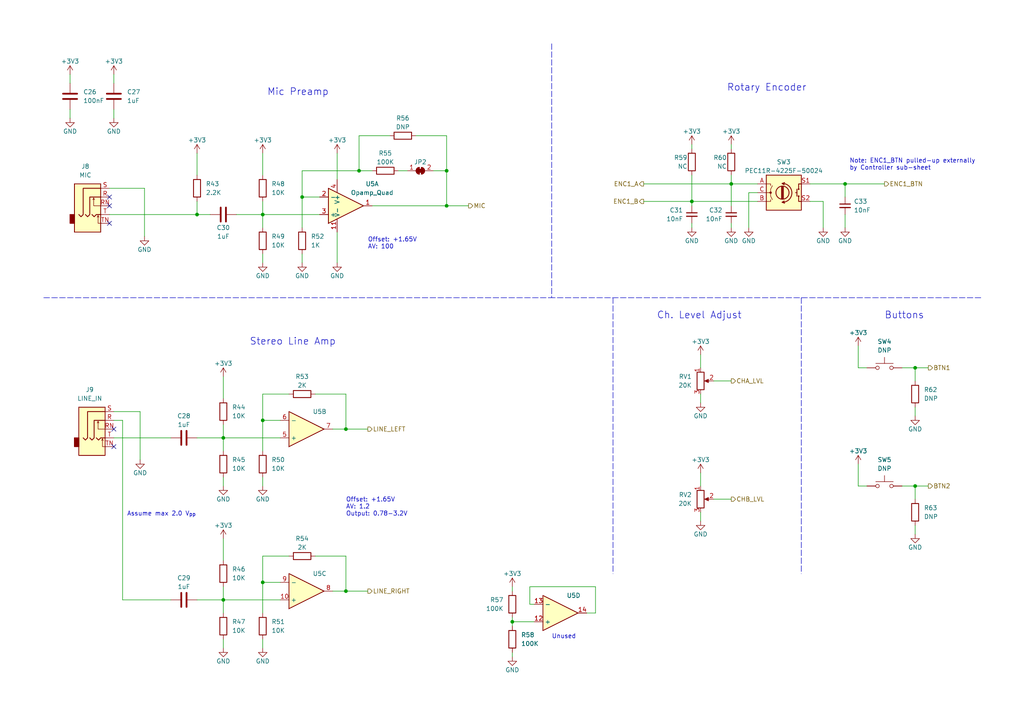
<source format=kicad_sch>
(kicad_sch (version 20211123) (generator eeschema)
  (paper "A4")
  (title_block (title "SW-3221: Front Panel Input") (date "2022-01-30") (rev "1"))
  (lib_symbols
    (symbol "Connector:AudioJack3_SwitchTR"
      (property "Reference" "J" (at 0 8.89 0))
      (property "Value" "AudioJack3_SwitchTR" (at 0 6.35 0))
      (symbol "AudioJack3_SwitchTR_0_1"
        (rectangle (start -5.08 -5.08) (end -6.35 -7.62) (stroke (width 0.254)) (fill (type outline)))
        (polyline (pts (xy 0.508 -0.254) (xy 0.762 -0.762)))
        (polyline (pts (xy 1.778 -5.334) (xy 2.032 -5.842)))
        (polyline (pts (xy 0 -5.08) (xy 0.635 -5.715) (xy 1.27 -5.08) (xy 2.54 -5.08)) (stroke (width 0.254)))
        (polyline (pts (xy 2.54 -7.62) (xy 1.778 -7.62) (xy 1.778 -5.334) (xy 1.524 -5.842)))
        (polyline (pts (xy 2.54 -2.54) (xy 0.508 -2.54) (xy 0.508 -0.254) (xy 0.254 -0.762)))
        (polyline (pts (xy -1.905 -5.08) (xy -1.27 -5.715) (xy -0.635 -5.08) (xy -0.635 0) (xy 2.54 0)) (stroke (width 0.254)))
        (polyline (pts (xy 2.54 2.54) (xy -2.54 2.54) (xy -2.54 -5.08) (xy -3.175 -5.715) (xy -3.81 -5.08)) (stroke (width 0.254)))
        (rectangle (start 2.54 3.81) (end -5.08 -10.16) (stroke (width 0.254)) (fill (type background)))
      )
      (symbol "AudioJack3_SwitchTR_1_1"
        (pin passive line (at 5.08 0 180) (length 2.54) (name "~") (number "R"))
        (pin passive line (at 5.08 -2.54 180) (length 2.54) (name "~") (number "RN"))
        (pin passive line (at 5.08 2.54 180) (length 2.54) (name "~") (number "S"))
        (pin passive line (at 5.08 -5.08 180) (length 2.54) (name "~") (number "T"))
        (pin passive line (at 5.08 -7.62 180) (length 2.54) (name "~") (number "TN"))
      )
    )
    (symbol "Device:C" (pin_numbers hide) (pin_names (offset 0.254))
      (property "Reference" "C" (at 0.635 2.54 0))
      (property "Value" "C" (at 0.635 -2.54 0))
      (symbol "C_0_1"
        (polyline (pts (xy -2.032 -0.762) (xy 2.032 -0.762)) (stroke (width 0.508)))
        (polyline (pts (xy -2.032 0.762) (xy 2.032 0.762)) (stroke (width 0.508)))
      )
      (symbol "C_1_1"
        (pin passive line (at 0 3.81 270) (length 2.794) (name "~") (number "1"))
        (pin passive line (at 0 -3.81 90) (length 2.794) (name "~") (number "2"))
      )
    )
    (symbol "Device:C_Small" (pin_numbers hide) (pin_names (offset 0.254) hide)
      (property "Reference" "C" (at 0.254 1.778 0))
      (property "Value" "C_Small" (at 0.254 -2.032 0))
      (symbol "C_Small_0_1"
        (polyline (pts (xy -1.524 -0.508) (xy 1.524 -0.508)) (stroke (width 0.3302)))
        (polyline (pts (xy -1.524 0.508) (xy 1.524 0.508)) (stroke (width 0.3048)))
      )
      (symbol "C_Small_1_1"
        (pin passive line (at 0 2.54 270) (length 2.032) (name "~") (number "1"))
        (pin passive line (at 0 -2.54 90) (length 2.032) (name "~") (number "2"))
      )
    )
    (symbol "Device:Opamp_Quad"
      (property "Reference" "U" (at 0 5.08 0))
      (property "Value" "Opamp_Quad" (at 0 -5.08 0))
      (symbol "Opamp_Quad_1_1"
        (polyline (pts (xy -5.08 5.08) (xy 5.08 0) (xy -5.08 -5.08) (xy -5.08 5.08)) (stroke (width 0.254)) (fill (type background)))
        (pin output line (at 7.62 0 180) (length 2.54) (name "~") (number "1"))
        (pin input line (at -7.62 -2.54 0) (length 2.54) (name "-") (number "2"))
        (pin input line (at -7.62 2.54 0) (length 2.54) (name "+") (number "3"))
      )
      (symbol "Opamp_Quad_2_1"
        (polyline (pts (xy -5.08 5.08) (xy 5.08 0) (xy -5.08 -5.08) (xy -5.08 5.08)) (stroke (width 0.254)) (fill (type background)))
        (pin input line (at -7.62 2.54 0) (length 2.54) (name "+") (number "5"))
        (pin input line (at -7.62 -2.54 0) (length 2.54) (name "-") (number "6"))
        (pin output line (at 7.62 0 180) (length 2.54) (name "~") (number "7"))
      )
      (symbol "Opamp_Quad_3_1"
        (polyline (pts (xy -5.08 5.08) (xy 5.08 0) (xy -5.08 -5.08) (xy -5.08 5.08)) (stroke (width 0.254)) (fill (type background)))
        (pin input line (at -7.62 2.54 0) (length 2.54) (name "+") (number "10"))
        (pin output line (at 7.62 0 180) (length 2.54) (name "~") (number "8"))
        (pin input line (at -7.62 -2.54 0) (length 2.54) (name "-") (number "9"))
      )
      (symbol "Opamp_Quad_4_1"
        (polyline (pts (xy -5.08 5.08) (xy 5.08 0) (xy -5.08 -5.08) (xy -5.08 5.08)) (stroke (width 0.254)) (fill (type background)))
        (pin input line (at -7.62 2.54 0) (length 2.54) (name "+") (number "12"))
        (pin input line (at -7.62 -2.54 0) (length 2.54) (name "-") (number "13"))
        (pin output line (at 7.62 0 180) (length 2.54) (name "~") (number "14"))
      )
      (symbol "Opamp_Quad_5_1"
        (pin power_in line (at -2.54 -7.62 90) (length 3.81) (name "V-") (number "11"))
        (pin power_in line (at -2.54 7.62 270) (length 3.81) (name "V+") (number "4"))
      )
    )
    (symbol "Device:R" (pin_numbers hide) (pin_names (offset 0))
      (property "Reference" "R" (at 2.032 0 90))
      (property "Value" "R" (at 0 0 90))
      (symbol "R_0_1"
        (rectangle (start -1.016 -2.54) (end 1.016 2.54) (stroke (width 0.254)))
      )
      (symbol "R_1_1"
        (pin passive line (at 0 3.81 270) (length 1.27) (name "~") (number "1"))
        (pin passive line (at 0 -3.81 90) (length 1.27) (name "~") (number "2"))
      )
    )
    (symbol "Device:R_Potentiometer" (pin_names (offset 1.016) hide)
      (property "Reference" "RV" (at -4.445 0 90))
      (property "Value" "R_Potentiometer" (at -2.54 0 90))
      (symbol "R_Potentiometer_0_1"
        (polyline (pts (xy 2.54 0) (xy 1.524 0)))
        (polyline (pts (xy 1.143 0) (xy 2.286 0.508) (xy 2.286 -0.508) (xy 1.143 0)) (fill (type outline)))
        (rectangle (start 1.016 2.54) (end -1.016 -2.54) (stroke (width 0.254)))
      )
      (symbol "R_Potentiometer_1_1"
        (pin passive line (at 0 3.81 270) (length 1.27) (name "1") (number "1"))
        (pin passive line (at 3.81 0 180) (length 1.27) (name "2") (number "2"))
        (pin passive line (at 0 -3.81 90) (length 1.27) (name "3") (number "3"))
      )
    )
    (symbol "Device:RotaryEncoder_Switch" (pin_names (offset 0.254) hide)
      (property "Reference" "SW" (at 0 6.604 0))
      (property "Value" "RotaryEncoder_Switch" (at 0 -6.604 0))
      (symbol "RotaryEncoder_Switch_0_1"
        (rectangle (start -5.08 5.08) (end 5.08 -5.08) (stroke (width 0.254)) (fill (type background)))
        (circle (center -3.81 0) (radius 0.254) (fill (type outline)))
        (arc (start -0.381 -2.794) (mid 2.3622 -0.0635) (end -0.381 2.667) (stroke (width 0.254)))
        (circle (center -0.381 0) (radius 1.905) (stroke (width 0.254)))
        (polyline (pts (xy -0.635 -1.778) (xy -0.635 1.778)) (stroke (width 0.254)))
        (polyline (pts (xy -0.381 -1.778) (xy -0.381 1.778)) (stroke (width 0.254)))
        (polyline (pts (xy -0.127 1.778) (xy -0.127 -1.778)) (stroke (width 0.254)))
        (polyline (pts (xy 3.81 0) (xy 3.429 0)) (stroke (width 0.254)))
        (polyline (pts (xy 3.81 1.016) (xy 3.81 -1.016)) (stroke (width 0.254)))
        (polyline (pts (xy -5.08 -2.54) (xy -3.81 -2.54) (xy -3.81 -2.032)))
        (polyline (pts (xy -5.08 2.54) (xy -3.81 2.54) (xy -3.81 2.032)))
        (polyline (pts (xy 0.254 -3.048) (xy -0.508 -2.794) (xy 0.127 -2.413)) (stroke (width 0.254)))
        (polyline (pts (xy 0.254 2.921) (xy -0.508 2.667) (xy 0.127 2.286)) (stroke (width 0.254)))
        (polyline (pts (xy 5.08 -2.54) (xy 4.318 -2.54) (xy 4.318 -1.016)) (stroke (width 0.254)))
        (polyline (pts (xy 5.08 2.54) (xy 4.318 2.54) (xy 4.318 1.016)) (stroke (width 0.254)))
        (polyline (pts (xy -5.08 0) (xy -3.81 0) (xy -3.81 -1.016) (xy -3.302 -2.032)))
        (polyline (pts (xy -4.318 0) (xy -3.81 0) (xy -3.81 1.016) (xy -3.302 2.032)))
        (circle (center 4.318 -1.016) (radius 0.127) (stroke (width 0.254)))
        (circle (center 4.318 1.016) (radius 0.127) (stroke (width 0.254)))
      )
      (symbol "RotaryEncoder_Switch_1_1"
        (pin passive line (at -7.62 2.54 0) (length 2.54) (name "A") (number "A"))
        (pin passive line (at -7.62 -2.54 0) (length 2.54) (name "B") (number "B"))
        (pin passive line (at -7.62 0 0) (length 2.54) (name "C") (number "C"))
        (pin passive line (at 7.62 2.54 180) (length 2.54) (name "S1") (number "S1"))
        (pin passive line (at 7.62 -2.54 180) (length 2.54) (name "S2") (number "S2"))
      )
    )
    (symbol "Jumper:SolderJumper_2_Bridged" (pin_names (offset 0) hide)
      (property "Reference" "JP" (at 0 2.032 0))
      (property "Value" "SolderJumper_2_Bridged" (at 0 -2.54 0))
      (symbol "SolderJumper_2_Bridged_0_1"
        (rectangle (start -0.508 0.508) (end 0.508 -0.508) (fill (type outline)))
        (arc (start -0.254 1.016) (mid -1.27 0) (end -0.254 -1.016))
        (arc (start -0.254 1.016) (mid -1.27 0) (end -0.254 -1.016) (fill (type outline)))
        (polyline (pts (xy -0.254 1.016) (xy -0.254 -1.016)))
        (polyline (pts (xy 0.254 1.016) (xy 0.254 -1.016)))
        (arc (start 0.254 -1.016) (mid 1.27 0) (end 0.254 1.016))
        (arc (start 0.254 -1.016) (mid 1.27 0) (end 0.254 1.016) (fill (type outline)))
      )
      (symbol "SolderJumper_2_Bridged_1_1"
        (pin passive line (at -3.81 0 0) (length 2.54) (name "A") (number "1"))
        (pin passive line (at 3.81 0 180) (length 2.54) (name "B") (number "2"))
      )
    )
    (symbol "Switch:SW_Push" (pin_numbers hide) (pin_names (offset 1.016) hide)
      (property "Reference" "SW" (at 1.27 2.54 0))
      (property "Value" "SW_Push" (at 0 -1.524 0))
      (symbol "SW_Push_0_1"
        (circle (center -2.032 0) (radius 0.508))
        (polyline (pts (xy 0 1.27) (xy 0 3.048)))
        (polyline (pts (xy 2.54 1.27) (xy -2.54 1.27)))
        (circle (center 2.032 0) (radius 0.508))
        (pin passive line (at -5.08 0 0) (length 2.54) (name "1") (number "1"))
        (pin passive line (at 5.08 0 180) (length 2.54) (name "2") (number "2"))
      )
    )
    (symbol "power:+3.3V" (power) (pin_names (offset 0))
      (property "Value" "+3.3V" (at 0 3.556 0))
      (symbol "+3.3V_0_1"
        (polyline (pts (xy -0.762 1.27) (xy 0 2.54)))
        (polyline (pts (xy 0 0) (xy 0 2.54)))
        (polyline (pts (xy 0 2.54) (xy 0.762 1.27)))
      )
      (symbol "+3.3V_1_1"
        (pin power_in line (at 0 0 90) (length 0) hide (name "+3V3") (number "1"))
      )
    )
    (symbol "power:GND" (power) (pin_names (offset 0))
      (property "Value" "GND" (at 0 -3.81 0))
      (symbol "GND_0_1"
        (polyline (pts (xy 0 0) (xy 0 -1.27) (xy 1.27 -1.27) (xy 0 -2.54) (xy -1.27 -1.27) (xy 0 -1.27)))
      )
      (symbol "GND_1_1"
        (pin power_in line (at 0 0 270) (length 0) hide (name "GND") (number "1"))
      )
    )
  )
  (junction (at 129.54 49.53))
  (junction (at 64.77 173.99))
  (junction (at 265.43 106.68))
  (junction (at 148.59 180.34))
  (junction (at 64.77 127))
  (junction (at 265.43 140.97))
  (junction (at 87.63 57.15))
  (junction (at 100.33 171.45))
  (junction (at 76.2 121.92))
  (junction (at 57.15 62.23))
  (junction (at 245.11 53.34))
  (junction (at 129.54 59.69))
  (junction (at 200.66 58.42))
  (junction (at 104.14 49.53))
  (junction (at 212.09 53.34))
  (junction (at 76.2 62.23))
  (junction (at 76.2 168.91))
  (junction (at 100.33 124.46))
  (no_connect (at 33.02 124.46))
  (no_connect (at 31.75 64.77))
  (no_connect (at 31.75 57.15))
  (no_connect (at 31.75 59.69))
  (no_connect (at 33.02 129.54))
  (wire (pts (xy 248.92 140.97) (xy 251.46 140.97)))
  (wire (pts (xy 76.2 168.91) (xy 81.28 168.91)))
  (wire (pts (xy 154.94 175.26) (xy 153.67 175.26)))
  (wire (pts (xy 203.2 148.59) (xy 203.2 151.13)))
  (wire (pts (xy 64.77 173.99) (xy 64.77 177.8)))
  (wire (pts (xy 207.01 144.78) (xy 212.09 144.78)))
  (polyline (pts (xy 284.48 86.36) (xy 160.02 86.36)))
  (wire (pts (xy 153.67 170.18) (xy 172.72 170.18)))
  (wire (pts (xy 265.43 106.68) (xy 265.43 110.49)))
  (wire (pts (xy 64.77 138.43) (xy 64.77 140.97)))
  (wire (pts (xy 148.59 180.34) (xy 148.59 181.61)))
  (wire (pts (xy 76.2 185.42) (xy 76.2 187.96)))
  (wire (pts (xy 265.43 118.11) (xy 265.43 120.65)))
  (wire (pts (xy 100.33 114.3) (xy 100.33 124.46)))
  (wire (pts (xy 203.2 137.16) (xy 203.2 140.97)))
  (wire (pts (xy 57.15 62.23) (xy 60.96 62.23)))
  (wire (pts (xy 248.92 100.33) (xy 248.92 106.68)))
  (wire (pts (xy 261.62 140.97) (xy 265.43 140.97)))
  (wire (pts (xy 33.02 127) (xy 49.53 127)))
  (wire (pts (xy 265.43 140.97) (xy 269.24 140.97)))
  (wire (pts (xy 148.59 189.23) (xy 148.59 190.5)))
  (wire (pts (xy 248.92 106.68) (xy 251.46 106.68)))
  (wire (pts (xy 91.44 114.3) (xy 100.33 114.3)))
  (wire (pts (xy 200.66 41.91) (xy 200.66 43.18)))
  (wire (pts (xy 100.33 161.29) (xy 100.33 171.45)))
  (wire (pts (xy 97.79 67.31) (xy 97.79 76.2)))
  (wire (pts (xy 87.63 49.53) (xy 87.63 57.15)))
  (wire (pts (xy 57.15 127) (xy 64.77 127)))
  (wire (pts (xy 57.15 58.42) (xy 57.15 62.23)))
  (wire (pts (xy 68.58 62.23) (xy 76.2 62.23)))
  (wire (pts (xy 33.02 21.59) (xy 33.02 24.13)))
  (wire (pts (xy 96.52 124.46) (xy 100.33 124.46)))
  (wire (pts (xy 87.63 73.66) (xy 87.63 76.2)))
  (wire (pts (xy 96.52 171.45) (xy 100.33 171.45)))
  (wire (pts (xy 148.59 179.07) (xy 148.59 180.34)))
  (wire (pts (xy 76.2 161.29) (xy 83.82 161.29)))
  (wire (pts (xy 245.11 57.15) (xy 245.11 53.34)))
  (wire (pts (xy 20.32 31.75) (xy 20.32 34.29)))
  (wire (pts (xy 64.77 173.99) (xy 81.28 173.99)))
  (wire (pts (xy 64.77 170.18) (xy 64.77 173.99)))
  (wire (pts (xy 76.2 62.23) (xy 92.71 62.23)))
  (wire (pts (xy 64.77 109.22) (xy 64.77 115.57)))
  (wire (pts (xy 76.2 114.3) (xy 83.82 114.3)))
  (wire (pts (xy 87.63 49.53) (xy 104.14 49.53)))
  (wire (pts (xy 76.2 161.29) (xy 76.2 168.91)))
  (wire (pts (xy 20.32 21.59) (xy 20.32 24.13)))
  (wire (pts (xy 200.66 50.8) (xy 200.66 58.42)))
  (wire (pts (xy 238.76 66.04) (xy 238.76 58.42)))
  (wire (pts (xy 35.56 121.92) (xy 35.56 173.99)))
  (wire (pts (xy 76.2 121.92) (xy 76.2 130.81)))
  (wire (pts (xy 219.71 55.88) (xy 217.17 55.88)))
  (wire (pts (xy 172.72 170.18) (xy 172.72 177.8)))
  (wire (pts (xy 100.33 171.45) (xy 106.68 171.45)))
  (wire (pts (xy 148.59 170.18) (xy 148.59 171.45)))
  (polyline (pts (xy 177.8 86.36) (xy 177.8 166.37)))
  (polyline (pts (xy 12.7 86.36) (xy 160.02 86.36)))
  (polyline (pts (xy 232.41 86.36) (xy 232.41 166.37)))
  (wire (pts (xy 265.43 140.97) (xy 265.43 144.78)))
  (wire (pts (xy 76.2 62.23) (xy 76.2 66.04)))
  (wire (pts (xy 104.14 39.37) (xy 113.03 39.37)))
  (wire (pts (xy 87.63 57.15) (xy 92.71 57.15)))
  (wire (pts (xy 33.02 31.75) (xy 33.02 34.29)))
  (wire (pts (xy 200.66 64.77) (xy 200.66 66.04)))
  (wire (pts (xy 245.11 53.34) (xy 256.54 53.34)))
  (wire (pts (xy 129.54 39.37) (xy 129.54 49.53)))
  (wire (pts (xy 76.2 114.3) (xy 76.2 121.92)))
  (wire (pts (xy 107.95 59.69) (xy 129.54 59.69)))
  (wire (pts (xy 104.14 49.53) (xy 107.95 49.53)))
  (wire (pts (xy 104.14 39.37) (xy 104.14 49.53)))
  (wire (pts (xy 207.01 110.49) (xy 212.09 110.49)))
  (wire (pts (xy 40.64 119.38) (xy 40.64 133.35)))
  (wire (pts (xy 31.75 62.23) (xy 57.15 62.23)))
  (wire (pts (xy 76.2 168.91) (xy 76.2 177.8)))
  (wire (pts (xy 200.66 58.42) (xy 219.71 58.42)))
  (wire (pts (xy 212.09 50.8) (xy 212.09 53.34)))
  (wire (pts (xy 265.43 106.68) (xy 269.24 106.68)))
  (wire (pts (xy 129.54 49.53) (xy 129.54 59.69)))
  (wire (pts (xy 248.92 134.62) (xy 248.92 140.97)))
  (wire (pts (xy 31.75 54.61) (xy 41.91 54.61)))
  (wire (pts (xy 64.77 127) (xy 64.77 130.81)))
  (wire (pts (xy 49.53 173.99) (xy 35.56 173.99)))
  (wire (pts (xy 87.63 57.15) (xy 87.63 66.04)))
  (wire (pts (xy 245.11 62.23) (xy 245.11 66.04)))
  (wire (pts (xy 76.2 138.43) (xy 76.2 140.97)))
  (wire (pts (xy 76.2 58.42) (xy 76.2 62.23)))
  (wire (pts (xy 64.77 123.19) (xy 64.77 127)))
  (wire (pts (xy 41.91 54.61) (xy 41.91 68.58)))
  (wire (pts (xy 91.44 161.29) (xy 100.33 161.29)))
  (wire (pts (xy 76.2 73.66) (xy 76.2 76.2)))
  (wire (pts (xy 172.72 177.8) (xy 170.18 177.8)))
  (wire (pts (xy 148.59 180.34) (xy 154.94 180.34)))
  (wire (pts (xy 261.62 106.68) (xy 265.43 106.68)))
  (wire (pts (xy 115.57 49.53) (xy 118.11 49.53)))
  (polyline (pts (xy 160.02 12.7) (xy 160.02 86.36)))
  (wire (pts (xy 129.54 59.69) (xy 135.89 59.69)))
  (wire (pts (xy 33.02 121.92) (xy 35.56 121.92)))
  (wire (pts (xy 153.67 175.26) (xy 153.67 170.18)))
  (wire (pts (xy 97.79 44.45) (xy 97.79 52.07)))
  (wire (pts (xy 200.66 58.42) (xy 200.66 59.69)))
  (polyline (pts (xy 160.02 86.36) (xy 160.02 86.36)))
  (wire (pts (xy 212.09 41.91) (xy 212.09 43.18)))
  (wire (pts (xy 57.15 173.99) (xy 64.77 173.99)))
  (wire (pts (xy 64.77 156.21) (xy 64.77 162.56)))
  (wire (pts (xy 186.69 58.42) (xy 200.66 58.42)))
  (wire (pts (xy 33.02 119.38) (xy 40.64 119.38)))
  (wire (pts (xy 64.77 185.42) (xy 64.77 187.96)))
  (wire (pts (xy 57.15 44.45) (xy 57.15 50.8)))
  (wire (pts (xy 265.43 152.4) (xy 265.43 154.94)))
  (wire (pts (xy 234.95 53.34) (xy 245.11 53.34)))
  (wire (pts (xy 212.09 59.69) (xy 212.09 53.34)))
  (wire (pts (xy 125.73 49.53) (xy 129.54 49.53)))
  (wire (pts (xy 203.2 114.3) (xy 203.2 116.84)))
  (wire (pts (xy 76.2 44.45) (xy 76.2 50.8)))
  (wire (pts (xy 186.69 53.34) (xy 212.09 53.34)))
  (wire (pts (xy 212.09 53.34) (xy 219.71 53.34)))
  (wire (pts (xy 120.65 39.37) (xy 129.54 39.37)))
  (wire (pts (xy 76.2 121.92) (xy 81.28 121.92)))
  (wire (pts (xy 203.2 102.87) (xy 203.2 106.68)))
  (wire (pts (xy 100.33 124.46) (xy 106.68 124.46)))
  (wire (pts (xy 64.77 127) (xy 81.28 127)))
  (wire (pts (xy 217.17 55.88) (xy 217.17 66.04)))
  (wire (pts (xy 238.76 58.42) (xy 234.95 58.42)))
  (wire (pts (xy 212.09 64.77) (xy 212.09 66.04)))
  (text "Rotary Encoder" (at 210.82 26.67 0) (effects (font (size 2 2)) (justify left bottom)))
  (text "Unused" (at 160.02 185.42 0) (effects (font (size 1.27 1.27)) (justify left bottom)))
  (text "Ch. Level Adjust" (at 190.5 92.71 0) (effects (font (size 2 2)) (justify left bottom)))
  (text "Buttons" (at 256.54 92.71 0) (effects (font (size 2 2)) (justify left bottom)))
  (text "Note: ENC1_BTN pulled-up externally \nby Controller sub-sheet" (at 246.38 49.53 0) (effects (font (size 1.27 1.27)) (justify left bottom)))
  (text "Offset: +1.65V\nAV: 100" (at 106.68 72.39 0) (effects (font (size 1.27 1.27)) (justify left bottom)))
  (text "Mic Preamp" (at 77.47 27.94 0) (effects (font (size 2 2)) (justify left bottom)))
  (text "Stereo Line Amp" (at 72.39 100.33 0) (effects (font (size 2 2)) (justify left bottom)))
  (text "Offset: +1.65V\nAV: 1.2\nOutput: 0.78-3.2V" (at 100.33 149.86 0) (effects (font (size 1.27 1.27)) (justify left bottom)))
  (text "Assume max 2.0 V_{pp}" (at 36.83 149.86 0) (effects (font (size 1.27 1.27)) (justify left bottom)))
  (hierarchical_label "CHB_LVL" (shape output) (at 212.09 144.78 0))
  (hierarchical_label "BTN2" (shape output) (at 269.24 140.97 0))
  (hierarchical_label "LINE_RIGHT" (shape output) (at 106.68 171.45 0))
  (hierarchical_label "ENC1_B" (shape output) (at 186.69 58.42 180))
  (hierarchical_label "LINE_LEFT" (shape output) (at 106.68 124.46 0))
  (hierarchical_label "BTN1" (shape output) (at 269.24 106.68 0))
  (hierarchical_label "CHA_LVL" (shape output) (at 212.09 110.49 0))
  (hierarchical_label "ENC1_A" (shape output) (at 186.69 53.34 180))
  (hierarchical_label "MIC" (shape output) (at 135.89 59.69 0))
  (hierarchical_label "ENC1_BTN" (shape output) (at 256.54 53.34 0))
  (symbol (lib_id "Device:R_Potentiometer") (at 203.2 144.78 0) (unit 1)
    (property "Reference" "RV2" (at 200.66 143.5099 0) (effects (justify right)))
    (property "Value" "20K" (at 200.66 146.0499 0) (effects (justify right)))
  )
  (symbol (lib_id "Connector:AudioJack3_SwitchTR") (at 26.67 57.15 0) (unit 1)
    (property "Reference" "J8" (at 24.765 48.26 0))
    (property "Value" "MIC" (at 24.765 50.8 0))
    (property "Footprint" "SW:STX-3100-5N" (effects hide))
  )
  (symbol (lib_id "Device:R") (at 64.77 119.38 0) (unit 1)
    (property "Reference" "R44" (at 67.31 118.1099 0) (effects (justify left)))
    (property "Value" "10K" (at 67.31 120.6499 0) (effects (justify left)))
    (property "Footprint" "Resistor_SMD:R_0603_1608Metric" (effects hide))
  )
  (symbol (lib_id "power:GND") (at 97.79 76.2 0) (unit 1)
    (property "Reference" "#PWR074" (effects hide))
    (property "Value" "GND" (at 97.79 80.01 0))
  )
  (symbol (lib_id "power:GND") (at 76.2 76.2 0) (unit 1)
    (property "Reference" "#PWR069" (effects hide))
    (property "Value" "GND" (at 76.2 80.01 0))
  )
  (symbol (lib_id "Device:R") (at 76.2 134.62 0) (unit 1)
    (property "Reference" "R50" (at 78.74 133.3499 0) (effects (justify left)))
    (property "Value" "10K" (at 78.74 135.8899 0) (effects (justify left)))
    (property "Footprint" "Resistor_SMD:R_0603_1608Metric" (effects hide))
  )
  (symbol (lib_id "power:GND") (at 41.91 68.58 0) (unit 1)
    (property "Reference" "#PWR062" (effects hide))
    (property "Value" "GND" (at 41.91 72.39 0))
  )
  (symbol (lib_id "power:GND") (at 148.59 190.5 0) (unit 1)
    (property "Reference" "#PWR076" (effects hide))
    (property "Value" "GND" (at 148.59 194.31 0))
  )
  (symbol (lib_id "Device:C") (at 33.02 27.94 180) (unit 1)
    (property "Reference" "C27" (at 36.83 26.6699 0) (effects (justify right)))
    (property "Value" "1uF" (at 36.83 29.2099 0) (effects (justify right)))
    (property "Footprint" "Capacitor_SMD:C_0603_1608Metric" (effects hide))
  )
  (symbol (lib_id "Device:R_Potentiometer") (at 203.2 110.49 0) (unit 1)
    (property "Reference" "RV1" (at 200.66 109.2199 0) (effects (justify right)))
    (property "Value" "20K" (at 200.66 111.7599 0) (effects (justify right)))
  )
  (symbol (lib_id "power:GND") (at 33.02 34.29 0) (unit 1)
    (property "Reference" "#PWR060" (effects hide))
    (property "Value" "GND" (at 33.02 38.1 0))
  )
  (symbol (lib_id "Device:R") (at 148.59 185.42 0) (unit 1)
    (property "Reference" "R58" (at 151.13 184.1499 0) (effects (justify left)))
    (property "Value" "100K" (at 151.13 186.6899 0) (effects (justify left)))
    (property "Footprint" "Resistor_SMD:R_0603_1608Metric" (effects hide))
  )
  (symbol (lib_id "Device:R") (at 57.15 54.61 0) (unit 1)
    (property "Reference" "R43" (at 59.69 53.3399 0) (effects (justify left)))
    (property "Value" "2.2K" (at 59.69 55.8799 0) (effects (justify left)))
    (property "Footprint" "Resistor_SMD:R_0603_1608Metric" (effects hide))
  )
  (symbol (lib_id "power:GND") (at 238.76 66.04 0) (unit 1)
    (property "Reference" "#PWR086" (effects hide))
    (property "Value" "GND" (at 238.76 69.85 0))
  )
  (symbol (lib_id "power:GND") (at 212.09 66.04 0) (unit 1)
    (property "Reference" "#PWR084" (effects hide))
    (property "Value" "GND" (at 212.09 69.85 0))
  )
  (symbol (lib_id "Device:R") (at 76.2 69.85 0) (unit 1)
    (property "Reference" "R49" (at 78.74 68.5799 0) (effects (justify left)))
    (property "Value" "10K" (at 78.74 71.1199 0) (effects (justify left)))
    (property "Footprint" "Resistor_SMD:R_0603_1608Metric" (effects hide))
  )
  (symbol (lib_id "power:+3.3V") (at 203.2 137.16 0) (unit 1)
    (property "Reference" "#PWR081" (effects hide))
    (property "Value" "+3.3V" (at 203.2 133.35 0))
  )
  (symbol (lib_id "Device:Opamp_Quad") (at 100.33 59.69 0) (unit 5)
    (property "Reference" "U5" (effects hide))
    (property "Value" "Opamp_Quad" (effects hide))
  )
  (symbol (lib_id "power:+3.3V") (at 64.77 109.22 0) (unit 1)
    (property "Reference" "#PWR064" (effects hide))
    (property "Value" "+3.3V" (at 64.77 105.41 0))
  )
  (symbol (lib_id "power:GND") (at 203.2 151.13 0) (unit 1)
    (property "Reference" "#PWR082" (effects hide))
    (property "Value" "GND" (at 203.2 154.94 0))
  )
  (symbol (lib_id "power:GND") (at 40.64 133.35 0) (unit 1)
    (property "Reference" "#PWR061" (effects hide))
    (property "Value" "GND" (at 40.64 137.16 0))
  )
  (symbol (lib_id "power:GND") (at 76.2 140.97 0) (unit 1)
    (property "Reference" "#PWR070" (effects hide))
    (property "Value" "GND" (at 76.2 144.78 0))
  )
  (symbol (lib_id "Device:R") (at 265.43 148.59 0) (unit 1)
    (property "Reference" "R63" (at 267.97 147.3199 0) (effects (justify left)))
    (property "Value" "DNP" (at 267.97 149.8599 0) (effects (justify left)))
    (property "Footprint" "Resistor_SMD:R_0603_1608Metric" (effects hide))
  )
  (symbol (lib_id "Device:C_Small") (at 212.09 62.23 0) (mirror y) (unit 1)
    (property "Reference" "C32" (at 209.55 60.9662 0) (effects (justify left)))
    (property "Value" "10nF" (at 209.55 63.5062 0) (effects (justify left)))
    (property "Footprint" "Capacitor_SMD:C_0603_1608Metric" (effects hide))
  )
  (symbol (lib_id "Jumper:SolderJumper_2_Bridged") (at 121.92 49.53 0) (unit 1)
    (property "Reference" "JP2" (at 121.92 46.99 0))
    (property "Value" "SolderJumper_2_Bridged" (effects hide))
  )
  (symbol (lib_id "power:GND") (at 265.43 120.65 0) (unit 1)
    (property "Reference" "#PWR091" (effects hide))
    (property "Value" "GND" (at 265.43 124.46 0))
  )
  (symbol (lib_id "Device:R") (at 116.84 39.37 90) (unit 1)
    (property "Reference" "R56" (at 116.84 34.29 90))
    (property "Value" "DNP" (at 116.84 36.83 90))
    (property "Footprint" "Resistor_THT:R_Axial_DIN0204_L3.6mm_D1.6mm_P5.08mm_Horizontal" (effects hide))
  )
  (symbol (lib_id "power:+3.3V") (at 20.32 21.59 0) (unit 1)
    (property "Reference" "#PWR057" (effects hide))
    (property "Value" "+3.3V" (at 20.32 17.78 0))
  )
  (symbol (lib_id "Device:R") (at 265.43 114.3 0) (unit 1)
    (property "Reference" "R62" (at 267.97 113.0299 0) (effects (justify left)))
    (property "Value" "DNP" (at 267.97 115.5699 0) (effects (justify left)))
    (property "Footprint" "Resistor_SMD:R_0603_1608Metric" (effects hide))
  )
  (symbol (lib_id "power:GND") (at 76.2 187.96 0) (unit 1)
    (property "Reference" "#PWR071" (effects hide))
    (property "Value" "GND" (at 76.2 191.77 0))
  )
  (symbol (lib_id "power:GND") (at 265.43 154.94 0) (unit 1)
    (property "Reference" "#PWR092" (effects hide))
    (property "Value" "GND" (at 265.43 158.75 0))
  )
  (symbol (lib_id "power:+3.3V") (at 200.66 41.91 0) (unit 1)
    (property "Reference" "#PWR077" (effects hide))
    (property "Value" "+3.3V" (at 200.66 38.1 0))
  )
  (symbol (lib_id "Device:Opamp_Quad") (at 88.9 171.45 0) (mirror x) (unit 3)
    (property "Reference" "U5" (at 92.71 166.37 0))
    (property "Value" "Opamp_Quad" (effects hide))
  )
  (symbol (lib_id "Switch:SW_Push") (at 256.54 140.97 0) (unit 1)
    (property "Reference" "SW5" (at 256.54 133.35 0))
    (property "Value" "DNP" (at 256.54 135.89 0))
  )
  (symbol (lib_id "Device:C") (at 64.77 62.23 90) (unit 1)
    (property "Reference" "C30" (at 64.77 66.04 90))
    (property "Value" "1uF" (at 64.77 68.58 90))
    (property "Footprint" "Capacitor_SMD:C_0603_1608Metric" (effects hide))
  )
  (symbol (lib_id "power:+3.3V") (at 148.59 170.18 0) (unit 1)
    (property "Reference" "#PWR075" (effects hide))
    (property "Value" "+3.3V" (at 148.59 166.37 0))
  )
  (symbol (lib_id "power:+3.3V") (at 76.2 44.45 0) (unit 1)
    (property "Reference" "#PWR068" (effects hide))
    (property "Value" "+3.3V" (at 76.2 40.64 0))
  )
  (symbol (lib_id "power:+3.3V") (at 33.02 21.59 0) (unit 1)
    (property "Reference" "#PWR059" (effects hide))
    (property "Value" "+3.3V" (at 33.02 17.78 0))
  )
  (symbol (lib_id "Device:C_Small") (at 245.11 59.69 0) (mirror y) (unit 1)
    (property "Reference" "C33" (at 247.65 58.4262 0) (effects (justify right)))
    (property "Value" "10nF" (at 247.65 60.9662 0) (effects (justify right)))
    (property "Footprint" "Capacitor_SMD:C_0603_1608Metric" (effects hide))
  )
  (symbol (lib_id "Device:R") (at 111.76 49.53 90) (unit 1)
    (property "Reference" "R55" (at 111.76 44.45 90))
    (property "Value" "100K" (at 111.76 46.99 90))
    (property "Footprint" "Resistor_SMD:R_0603_1608Metric" (effects hide))
  )
  (symbol (lib_id "Device:Opamp_Quad") (at 88.9 124.46 0) (mirror x) (unit 2)
    (property "Reference" "U5" (at 92.71 119.38 0))
    (property "Value" "Opamp_Quad" (effects hide))
  )
  (symbol (lib_id "power:+3.3V") (at 212.09 41.91 0) (unit 1)
    (property "Reference" "#PWR083" (effects hide))
    (property "Value" "+3.3V" (at 212.09 38.1 0))
  )
  (symbol (lib_id "Device:Opamp_Quad") (at 100.33 59.69 0) (mirror x) (unit 1)
    (property "Reference" "U5" (at 107.95 53.34 0))
    (property "Value" "Opamp_Quad" (at 107.95 55.88 0))
  )
  (symbol (lib_id "power:+3.3V") (at 57.15 44.45 0) (unit 1)
    (property "Reference" "#PWR063" (effects hide))
    (property "Value" "+3.3V" (at 57.15 40.64 0))
  )
  (symbol (lib_id "Device:R") (at 64.77 166.37 0) (unit 1)
    (property "Reference" "R46" (at 67.31 165.0999 0) (effects (justify left)))
    (property "Value" "10K" (at 67.31 167.6399 0) (effects (justify left)))
    (property "Footprint" "Resistor_SMD:R_0603_1608Metric" (effects hide))
  )
  (symbol (lib_id "Connector:AudioJack3_SwitchTR") (at 27.94 121.92 0) (unit 1)
    (property "Reference" "J9" (at 26.035 113.03 0))
    (property "Value" "LINE_IN" (at 26.035 115.57 0))
    (property "Footprint" "SW:STX-3100-5N" (effects hide))
  )
  (symbol (lib_id "Device:R") (at 87.63 114.3 90) (unit 1)
    (property "Reference" "R53" (at 87.63 109.22 90))
    (property "Value" "2K" (at 87.63 111.76 90))
    (property "Footprint" "Resistor_SMD:R_0603_1608Metric" (effects hide))
  )
  (symbol (lib_id "power:+3.3V") (at 97.79 44.45 0) (unit 1)
    (property "Reference" "#PWR073" (effects hide))
    (property "Value" "+3.3V" (at 97.79 40.64 0))
  )
  (symbol (lib_id "power:GND") (at 203.2 116.84 0) (unit 1)
    (property "Reference" "#PWR080" (effects hide))
    (property "Value" "GND" (at 203.2 120.65 0))
  )
  (symbol (lib_id "power:+3.3V") (at 203.2 102.87 0) (unit 1)
    (property "Reference" "#PWR079" (effects hide))
    (property "Value" "+3.3V" (at 203.2 99.06 0))
  )
  (symbol (lib_id "power:+3.3V") (at 248.92 134.62 0) (unit 1)
    (property "Reference" "#PWR090" (effects hide))
    (property "Value" "+3.3V" (at 248.92 130.81 0))
  )
  (symbol (lib_id "Device:C") (at 53.34 127 90) (unit 1)
    (property "Reference" "C28" (at 53.34 120.65 90))
    (property "Value" "1uF" (at 53.34 123.19 90))
    (property "Footprint" "Capacitor_SMD:C_0603_1608Metric" (effects hide))
  )
  (symbol (lib_id "Device:R") (at 148.59 175.26 0) (unit 1)
    (property "Reference" "R57" (at 146.05 173.9899 0) (effects (justify right)))
    (property "Value" "100K" (at 146.05 176.5299 0) (effects (justify right)))
    (property "Footprint" "Resistor_SMD:R_0603_1608Metric" (effects hide))
  )
  (symbol (lib_id "Device:R") (at 64.77 134.62 0) (unit 1)
    (property "Reference" "R45" (at 67.31 133.3499 0) (effects (justify left)))
    (property "Value" "10K" (at 67.31 135.8899 0) (effects (justify left)))
    (property "Footprint" "Resistor_SMD:R_0603_1608Metric" (effects hide))
  )
  (symbol (lib_id "Device:R") (at 87.63 69.85 0) (unit 1)
    (property "Reference" "R52" (at 90.17 68.5799 0) (effects (justify left)))
    (property "Value" "1K" (at 90.17 71.1199 0) (effects (justify left)))
    (property "Footprint" "Resistor_SMD:R_0603_1608Metric" (effects hide))
  )
  (symbol (lib_id "Device:R") (at 76.2 181.61 0) (unit 1)
    (property "Reference" "R51" (at 78.74 180.3399 0) (effects (justify left)))
    (property "Value" "10K" (at 78.74 182.8799 0) (effects (justify left)))
    (property "Footprint" "Resistor_SMD:R_0603_1608Metric" (effects hide))
  )
  (symbol (lib_id "Device:R") (at 64.77 181.61 0) (unit 1)
    (property "Reference" "R47" (at 67.31 180.3399 0) (effects (justify left)))
    (property "Value" "10K" (at 67.31 182.8799 0) (effects (justify left)))
    (property "Footprint" "Resistor_SMD:R_0603_1608Metric" (effects hide))
  )
  (symbol (lib_id "power:+3.3V") (at 248.92 100.33 0) (unit 1)
    (property "Reference" "#PWR089" (effects hide))
    (property "Value" "+3.3V" (at 248.92 96.52 0))
  )
  (symbol (lib_id "Device:R") (at 87.63 161.29 90) (unit 1)
    (property "Reference" "R54" (at 87.63 156.21 90))
    (property "Value" "2K" (at 87.63 158.75 90))
    (property "Footprint" "Resistor_SMD:R_0603_1608Metric" (effects hide))
  )
  (symbol (lib_id "Device:R") (at 212.09 46.99 0) (mirror y) (unit 1) (in_bom no)
    (property "Reference" "R60" (at 210.82 45.72 0) (effects (justify left)))
    (property "Value" "NC" (at 210.82 48.26 0) (effects (justify left)))
    (property "Footprint" "Resistor_SMD:R_0603_1608Metric" (effects hide))
  )
  (symbol (lib_id "power:GND") (at 64.77 187.96 0) (unit 1)
    (property "Reference" "#PWR067" (effects hide))
    (property "Value" "GND" (at 64.77 191.77 0))
  )
  (symbol (lib_id "power:GND") (at 64.77 140.97 0) (unit 1)
    (property "Reference" "#PWR065" (effects hide))
    (property "Value" "GND" (at 64.77 144.78 0))
  )
  (symbol (lib_id "Device:C") (at 53.34 173.99 90) (unit 1)
    (property "Reference" "C29" (at 53.34 167.64 90))
    (property "Value" "1uF" (at 53.34 170.18 90))
    (property "Footprint" "Capacitor_SMD:C_0603_1608Metric" (effects hide))
  )
  (symbol (lib_id "power:GND") (at 200.66 66.04 0) (unit 1)
    (property "Reference" "#PWR078" (effects hide))
    (property "Value" "GND" (at 200.66 69.85 0))
  )
  (symbol (lib_id "power:GND") (at 217.17 66.04 0) (unit 1)
    (property "Reference" "#PWR085" (effects hide))
    (property "Value" "GND" (at 217.17 69.85 0))
  )
  (symbol (lib_id "Device:RotaryEncoder_Switch") (at 227.33 55.88 0) (unit 1)
    (property "Reference" "SW3" (at 227.33 46.99 0))
    (property "Value" "PEC11R-4225F-50024" (at 227.33 49.53 0))
    (property "Footprint" "SW:Rotary_Encoder_Switched_PEC11R" (effects hide))
    (property "MPN" "PEC11R-4215F-S0024" (effects hide))
  )
  (symbol (lib_id "power:+3.3V") (at 64.77 156.21 0) (unit 1)
    (property "Reference" "#PWR066" (effects hide))
    (property "Value" "+3.3V" (at 64.77 152.4 0))
  )
  (symbol (lib_id "Switch:SW_Push") (at 256.54 106.68 0) (unit 1)
    (property "Reference" "SW4" (at 256.54 99.06 0))
    (property "Value" "DNP" (at 256.54 101.6 0))
  )
  (symbol (lib_id "Device:C_Small") (at 200.66 62.23 0) (mirror y) (unit 1)
    (property "Reference" "C31" (at 198.12 60.9662 0) (effects (justify left)))
    (property "Value" "10nF" (at 198.12 63.5062 0) (effects (justify left)))
    (property "Footprint" "Capacitor_SMD:C_0603_1608Metric" (effects hide))
  )
  (symbol (lib_id "Device:C") (at 20.32 27.94 180) (unit 1)
    (property "Reference" "C26" (at 24.13 26.6699 0) (effects (justify right)))
    (property "Value" "100nF" (at 24.13 29.2099 0) (effects (justify right)))
    (property "Footprint" "Capacitor_SMD:C_0603_1608Metric" (effects hide))
  )
  (symbol (lib_id "power:GND") (at 245.11 66.04 0) (unit 1)
    (property "Reference" "#PWR088" (effects hide))
    (property "Value" "GND" (at 245.11 69.85 0))
  )
  (symbol (lib_id "power:GND") (at 20.32 34.29 0) (unit 1)
    (property "Reference" "#PWR058" (effects hide))
    (property "Value" "GND" (at 20.32 38.1 0))
  )
  (symbol (lib_id "Device:R") (at 200.66 46.99 0) (mirror y) (unit 1) (in_bom no)
    (property "Reference" "R59" (at 199.39 45.72 0) (effects (justify left)))
    (property "Value" "NC" (at 199.39 48.26 0) (effects (justify left)))
    (property "Footprint" "Resistor_SMD:R_0603_1608Metric" (effects hide))
  )
  (symbol (lib_id "Device:Opamp_Quad") (at 162.56 177.8 0) (mirror x) (unit 4)
    (property "Reference" "U5" (at 166.37 172.72 0))
    (property "Value" "Opamp_Quad" (effects hide))
  )
  (symbol (lib_id "power:GND") (at 87.63 76.2 0) (unit 1)
    (property "Reference" "#PWR072" (effects hide))
    (property "Value" "GND" (at 87.63 80.01 0))
  )
  (symbol (lib_id "Device:R") (at 76.2 54.61 0) (unit 1)
    (property "Reference" "R48" (at 78.74 53.3399 0) (effects (justify left)))
    (property "Value" "10K" (at 78.74 55.8799 0) (effects (justify left)))
    (property "Footprint" "Resistor_SMD:R_0603_1608Metric" (effects hide))
  )
)
</source>
